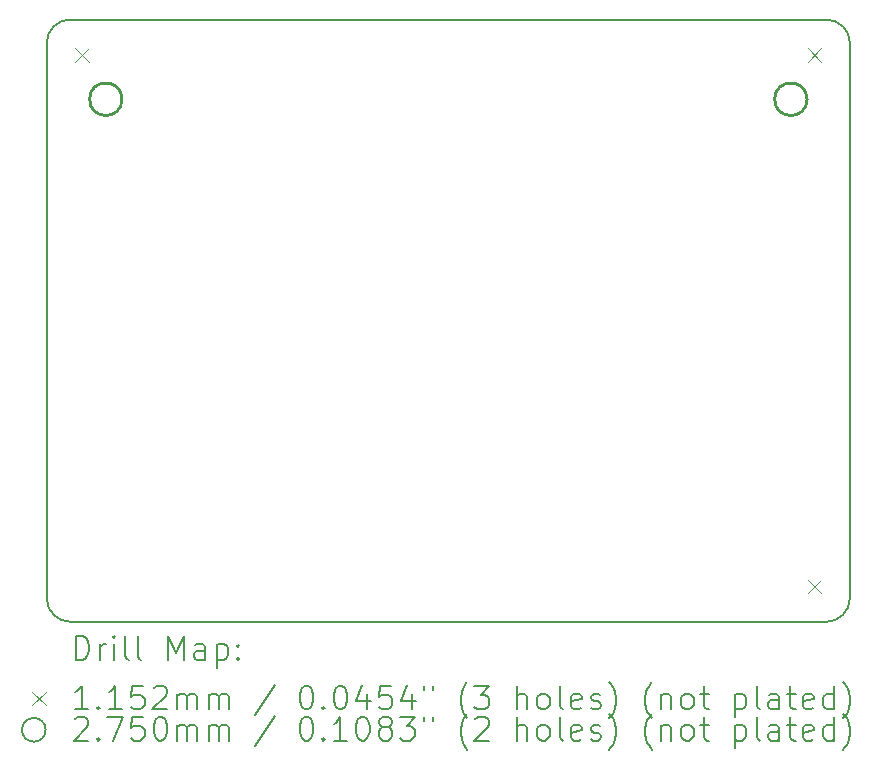
<source format=gbr>
%FSLAX45Y45*%
G04 Gerber Fmt 4.5, Leading zero omitted, Abs format (unit mm)*
G04 Created by KiCad (PCBNEW (6.0.2)) date 2022-07-07 22:01:21*
%MOMM*%
%LPD*%
G01*
G04 APERTURE LIST*
%TA.AperFunction,Profile*%
%ADD10C,0.200000*%
%TD*%
%ADD11C,0.200000*%
%ADD12C,0.115200*%
%ADD13C,0.275000*%
G04 APERTURE END LIST*
D10*
X4900000Y-9600000D02*
X11300000Y-9600000D01*
X4900000Y-4500000D02*
X11300000Y-4500000D01*
X4900000Y-4500000D02*
G75*
G03*
X4700000Y-4700000I0J-200000D01*
G01*
X4700000Y-4700000D02*
X4700000Y-9400000D01*
X11300000Y-9600000D02*
G75*
G03*
X11500000Y-9400000I0J200000D01*
G01*
X11500000Y-4700000D02*
G75*
G03*
X11300000Y-4500000I-200000J0D01*
G01*
X11500000Y-4700000D02*
X11500000Y-9400000D01*
X4700000Y-9400000D02*
G75*
G03*
X4900000Y-9600000I200000J0D01*
G01*
D11*
D12*
X4942400Y-4742400D02*
X5057600Y-4857600D01*
X5057600Y-4742400D02*
X4942400Y-4857600D01*
X11142400Y-4742400D02*
X11257600Y-4857600D01*
X11257600Y-4742400D02*
X11142400Y-4857600D01*
X11142400Y-9242400D02*
X11257600Y-9357600D01*
X11257600Y-9242400D02*
X11142400Y-9357600D01*
D13*
X5337500Y-5175000D02*
G75*
G03*
X5337500Y-5175000I-137500J0D01*
G01*
X11137500Y-5175000D02*
G75*
G03*
X11137500Y-5175000I-137500J0D01*
G01*
D11*
X4947619Y-9920476D02*
X4947619Y-9720476D01*
X4995238Y-9720476D01*
X5023810Y-9730000D01*
X5042857Y-9749048D01*
X5052381Y-9768095D01*
X5061905Y-9806190D01*
X5061905Y-9834762D01*
X5052381Y-9872857D01*
X5042857Y-9891905D01*
X5023810Y-9910952D01*
X4995238Y-9920476D01*
X4947619Y-9920476D01*
X5147619Y-9920476D02*
X5147619Y-9787143D01*
X5147619Y-9825238D02*
X5157143Y-9806190D01*
X5166667Y-9796667D01*
X5185714Y-9787143D01*
X5204762Y-9787143D01*
X5271429Y-9920476D02*
X5271429Y-9787143D01*
X5271429Y-9720476D02*
X5261905Y-9730000D01*
X5271429Y-9739524D01*
X5280952Y-9730000D01*
X5271429Y-9720476D01*
X5271429Y-9739524D01*
X5395238Y-9920476D02*
X5376190Y-9910952D01*
X5366667Y-9891905D01*
X5366667Y-9720476D01*
X5500000Y-9920476D02*
X5480952Y-9910952D01*
X5471429Y-9891905D01*
X5471429Y-9720476D01*
X5728571Y-9920476D02*
X5728571Y-9720476D01*
X5795238Y-9863333D01*
X5861905Y-9720476D01*
X5861905Y-9920476D01*
X6042857Y-9920476D02*
X6042857Y-9815714D01*
X6033333Y-9796667D01*
X6014286Y-9787143D01*
X5976190Y-9787143D01*
X5957143Y-9796667D01*
X6042857Y-9910952D02*
X6023809Y-9920476D01*
X5976190Y-9920476D01*
X5957143Y-9910952D01*
X5947619Y-9891905D01*
X5947619Y-9872857D01*
X5957143Y-9853810D01*
X5976190Y-9844286D01*
X6023809Y-9844286D01*
X6042857Y-9834762D01*
X6138095Y-9787143D02*
X6138095Y-9987143D01*
X6138095Y-9796667D02*
X6157143Y-9787143D01*
X6195238Y-9787143D01*
X6214286Y-9796667D01*
X6223809Y-9806190D01*
X6233333Y-9825238D01*
X6233333Y-9882381D01*
X6223809Y-9901429D01*
X6214286Y-9910952D01*
X6195238Y-9920476D01*
X6157143Y-9920476D01*
X6138095Y-9910952D01*
X6319048Y-9901429D02*
X6328571Y-9910952D01*
X6319048Y-9920476D01*
X6309524Y-9910952D01*
X6319048Y-9901429D01*
X6319048Y-9920476D01*
X6319048Y-9796667D02*
X6328571Y-9806190D01*
X6319048Y-9815714D01*
X6309524Y-9806190D01*
X6319048Y-9796667D01*
X6319048Y-9815714D01*
D12*
X4574800Y-10192400D02*
X4690000Y-10307600D01*
X4690000Y-10192400D02*
X4574800Y-10307600D01*
D11*
X5052381Y-10340476D02*
X4938095Y-10340476D01*
X4995238Y-10340476D02*
X4995238Y-10140476D01*
X4976190Y-10169048D01*
X4957143Y-10188095D01*
X4938095Y-10197619D01*
X5138095Y-10321429D02*
X5147619Y-10330952D01*
X5138095Y-10340476D01*
X5128571Y-10330952D01*
X5138095Y-10321429D01*
X5138095Y-10340476D01*
X5338095Y-10340476D02*
X5223810Y-10340476D01*
X5280952Y-10340476D02*
X5280952Y-10140476D01*
X5261905Y-10169048D01*
X5242857Y-10188095D01*
X5223810Y-10197619D01*
X5519048Y-10140476D02*
X5423810Y-10140476D01*
X5414286Y-10235714D01*
X5423810Y-10226190D01*
X5442857Y-10216667D01*
X5490476Y-10216667D01*
X5509524Y-10226190D01*
X5519048Y-10235714D01*
X5528571Y-10254762D01*
X5528571Y-10302381D01*
X5519048Y-10321429D01*
X5509524Y-10330952D01*
X5490476Y-10340476D01*
X5442857Y-10340476D01*
X5423810Y-10330952D01*
X5414286Y-10321429D01*
X5604762Y-10159524D02*
X5614286Y-10150000D01*
X5633333Y-10140476D01*
X5680952Y-10140476D01*
X5700000Y-10150000D01*
X5709524Y-10159524D01*
X5719048Y-10178571D01*
X5719048Y-10197619D01*
X5709524Y-10226190D01*
X5595238Y-10340476D01*
X5719048Y-10340476D01*
X5804762Y-10340476D02*
X5804762Y-10207143D01*
X5804762Y-10226190D02*
X5814286Y-10216667D01*
X5833333Y-10207143D01*
X5861905Y-10207143D01*
X5880952Y-10216667D01*
X5890476Y-10235714D01*
X5890476Y-10340476D01*
X5890476Y-10235714D02*
X5900000Y-10216667D01*
X5919048Y-10207143D01*
X5947619Y-10207143D01*
X5966667Y-10216667D01*
X5976190Y-10235714D01*
X5976190Y-10340476D01*
X6071428Y-10340476D02*
X6071428Y-10207143D01*
X6071428Y-10226190D02*
X6080952Y-10216667D01*
X6100000Y-10207143D01*
X6128571Y-10207143D01*
X6147619Y-10216667D01*
X6157143Y-10235714D01*
X6157143Y-10340476D01*
X6157143Y-10235714D02*
X6166667Y-10216667D01*
X6185714Y-10207143D01*
X6214286Y-10207143D01*
X6233333Y-10216667D01*
X6242857Y-10235714D01*
X6242857Y-10340476D01*
X6633333Y-10130952D02*
X6461905Y-10388095D01*
X6890476Y-10140476D02*
X6909524Y-10140476D01*
X6928571Y-10150000D01*
X6938095Y-10159524D01*
X6947619Y-10178571D01*
X6957143Y-10216667D01*
X6957143Y-10264286D01*
X6947619Y-10302381D01*
X6938095Y-10321429D01*
X6928571Y-10330952D01*
X6909524Y-10340476D01*
X6890476Y-10340476D01*
X6871428Y-10330952D01*
X6861905Y-10321429D01*
X6852381Y-10302381D01*
X6842857Y-10264286D01*
X6842857Y-10216667D01*
X6852381Y-10178571D01*
X6861905Y-10159524D01*
X6871428Y-10150000D01*
X6890476Y-10140476D01*
X7042857Y-10321429D02*
X7052381Y-10330952D01*
X7042857Y-10340476D01*
X7033333Y-10330952D01*
X7042857Y-10321429D01*
X7042857Y-10340476D01*
X7176190Y-10140476D02*
X7195238Y-10140476D01*
X7214286Y-10150000D01*
X7223809Y-10159524D01*
X7233333Y-10178571D01*
X7242857Y-10216667D01*
X7242857Y-10264286D01*
X7233333Y-10302381D01*
X7223809Y-10321429D01*
X7214286Y-10330952D01*
X7195238Y-10340476D01*
X7176190Y-10340476D01*
X7157143Y-10330952D01*
X7147619Y-10321429D01*
X7138095Y-10302381D01*
X7128571Y-10264286D01*
X7128571Y-10216667D01*
X7138095Y-10178571D01*
X7147619Y-10159524D01*
X7157143Y-10150000D01*
X7176190Y-10140476D01*
X7414286Y-10207143D02*
X7414286Y-10340476D01*
X7366667Y-10130952D02*
X7319048Y-10273810D01*
X7442857Y-10273810D01*
X7614286Y-10140476D02*
X7519048Y-10140476D01*
X7509524Y-10235714D01*
X7519048Y-10226190D01*
X7538095Y-10216667D01*
X7585714Y-10216667D01*
X7604762Y-10226190D01*
X7614286Y-10235714D01*
X7623809Y-10254762D01*
X7623809Y-10302381D01*
X7614286Y-10321429D01*
X7604762Y-10330952D01*
X7585714Y-10340476D01*
X7538095Y-10340476D01*
X7519048Y-10330952D01*
X7509524Y-10321429D01*
X7795238Y-10207143D02*
X7795238Y-10340476D01*
X7747619Y-10130952D02*
X7700000Y-10273810D01*
X7823809Y-10273810D01*
X7890476Y-10140476D02*
X7890476Y-10178571D01*
X7966667Y-10140476D02*
X7966667Y-10178571D01*
X8261905Y-10416667D02*
X8252381Y-10407143D01*
X8233333Y-10378571D01*
X8223809Y-10359524D01*
X8214286Y-10330952D01*
X8204762Y-10283333D01*
X8204762Y-10245238D01*
X8214286Y-10197619D01*
X8223809Y-10169048D01*
X8233333Y-10150000D01*
X8252381Y-10121429D01*
X8261905Y-10111905D01*
X8319048Y-10140476D02*
X8442857Y-10140476D01*
X8376190Y-10216667D01*
X8404762Y-10216667D01*
X8423810Y-10226190D01*
X8433333Y-10235714D01*
X8442857Y-10254762D01*
X8442857Y-10302381D01*
X8433333Y-10321429D01*
X8423810Y-10330952D01*
X8404762Y-10340476D01*
X8347619Y-10340476D01*
X8328571Y-10330952D01*
X8319048Y-10321429D01*
X8680952Y-10340476D02*
X8680952Y-10140476D01*
X8766667Y-10340476D02*
X8766667Y-10235714D01*
X8757143Y-10216667D01*
X8738095Y-10207143D01*
X8709524Y-10207143D01*
X8690476Y-10216667D01*
X8680952Y-10226190D01*
X8890476Y-10340476D02*
X8871429Y-10330952D01*
X8861905Y-10321429D01*
X8852381Y-10302381D01*
X8852381Y-10245238D01*
X8861905Y-10226190D01*
X8871429Y-10216667D01*
X8890476Y-10207143D01*
X8919048Y-10207143D01*
X8938095Y-10216667D01*
X8947619Y-10226190D01*
X8957143Y-10245238D01*
X8957143Y-10302381D01*
X8947619Y-10321429D01*
X8938095Y-10330952D01*
X8919048Y-10340476D01*
X8890476Y-10340476D01*
X9071429Y-10340476D02*
X9052381Y-10330952D01*
X9042857Y-10311905D01*
X9042857Y-10140476D01*
X9223810Y-10330952D02*
X9204762Y-10340476D01*
X9166667Y-10340476D01*
X9147619Y-10330952D01*
X9138095Y-10311905D01*
X9138095Y-10235714D01*
X9147619Y-10216667D01*
X9166667Y-10207143D01*
X9204762Y-10207143D01*
X9223810Y-10216667D01*
X9233333Y-10235714D01*
X9233333Y-10254762D01*
X9138095Y-10273810D01*
X9309524Y-10330952D02*
X9328571Y-10340476D01*
X9366667Y-10340476D01*
X9385714Y-10330952D01*
X9395238Y-10311905D01*
X9395238Y-10302381D01*
X9385714Y-10283333D01*
X9366667Y-10273810D01*
X9338095Y-10273810D01*
X9319048Y-10264286D01*
X9309524Y-10245238D01*
X9309524Y-10235714D01*
X9319048Y-10216667D01*
X9338095Y-10207143D01*
X9366667Y-10207143D01*
X9385714Y-10216667D01*
X9461905Y-10416667D02*
X9471429Y-10407143D01*
X9490476Y-10378571D01*
X9500000Y-10359524D01*
X9509524Y-10330952D01*
X9519048Y-10283333D01*
X9519048Y-10245238D01*
X9509524Y-10197619D01*
X9500000Y-10169048D01*
X9490476Y-10150000D01*
X9471429Y-10121429D01*
X9461905Y-10111905D01*
X9823810Y-10416667D02*
X9814286Y-10407143D01*
X9795238Y-10378571D01*
X9785714Y-10359524D01*
X9776190Y-10330952D01*
X9766667Y-10283333D01*
X9766667Y-10245238D01*
X9776190Y-10197619D01*
X9785714Y-10169048D01*
X9795238Y-10150000D01*
X9814286Y-10121429D01*
X9823810Y-10111905D01*
X9900000Y-10207143D02*
X9900000Y-10340476D01*
X9900000Y-10226190D02*
X9909524Y-10216667D01*
X9928571Y-10207143D01*
X9957143Y-10207143D01*
X9976190Y-10216667D01*
X9985714Y-10235714D01*
X9985714Y-10340476D01*
X10109524Y-10340476D02*
X10090476Y-10330952D01*
X10080952Y-10321429D01*
X10071429Y-10302381D01*
X10071429Y-10245238D01*
X10080952Y-10226190D01*
X10090476Y-10216667D01*
X10109524Y-10207143D01*
X10138095Y-10207143D01*
X10157143Y-10216667D01*
X10166667Y-10226190D01*
X10176190Y-10245238D01*
X10176190Y-10302381D01*
X10166667Y-10321429D01*
X10157143Y-10330952D01*
X10138095Y-10340476D01*
X10109524Y-10340476D01*
X10233333Y-10207143D02*
X10309524Y-10207143D01*
X10261905Y-10140476D02*
X10261905Y-10311905D01*
X10271429Y-10330952D01*
X10290476Y-10340476D01*
X10309524Y-10340476D01*
X10528571Y-10207143D02*
X10528571Y-10407143D01*
X10528571Y-10216667D02*
X10547619Y-10207143D01*
X10585714Y-10207143D01*
X10604762Y-10216667D01*
X10614286Y-10226190D01*
X10623810Y-10245238D01*
X10623810Y-10302381D01*
X10614286Y-10321429D01*
X10604762Y-10330952D01*
X10585714Y-10340476D01*
X10547619Y-10340476D01*
X10528571Y-10330952D01*
X10738095Y-10340476D02*
X10719048Y-10330952D01*
X10709524Y-10311905D01*
X10709524Y-10140476D01*
X10900000Y-10340476D02*
X10900000Y-10235714D01*
X10890476Y-10216667D01*
X10871429Y-10207143D01*
X10833333Y-10207143D01*
X10814286Y-10216667D01*
X10900000Y-10330952D02*
X10880952Y-10340476D01*
X10833333Y-10340476D01*
X10814286Y-10330952D01*
X10804762Y-10311905D01*
X10804762Y-10292857D01*
X10814286Y-10273810D01*
X10833333Y-10264286D01*
X10880952Y-10264286D01*
X10900000Y-10254762D01*
X10966667Y-10207143D02*
X11042857Y-10207143D01*
X10995238Y-10140476D02*
X10995238Y-10311905D01*
X11004762Y-10330952D01*
X11023810Y-10340476D01*
X11042857Y-10340476D01*
X11185714Y-10330952D02*
X11166667Y-10340476D01*
X11128571Y-10340476D01*
X11109524Y-10330952D01*
X11100000Y-10311905D01*
X11100000Y-10235714D01*
X11109524Y-10216667D01*
X11128571Y-10207143D01*
X11166667Y-10207143D01*
X11185714Y-10216667D01*
X11195238Y-10235714D01*
X11195238Y-10254762D01*
X11100000Y-10273810D01*
X11366667Y-10340476D02*
X11366667Y-10140476D01*
X11366667Y-10330952D02*
X11347619Y-10340476D01*
X11309524Y-10340476D01*
X11290476Y-10330952D01*
X11280952Y-10321429D01*
X11271428Y-10302381D01*
X11271428Y-10245238D01*
X11280952Y-10226190D01*
X11290476Y-10216667D01*
X11309524Y-10207143D01*
X11347619Y-10207143D01*
X11366667Y-10216667D01*
X11442857Y-10416667D02*
X11452381Y-10407143D01*
X11471428Y-10378571D01*
X11480952Y-10359524D01*
X11490476Y-10330952D01*
X11500000Y-10283333D01*
X11500000Y-10245238D01*
X11490476Y-10197619D01*
X11480952Y-10169048D01*
X11471428Y-10150000D01*
X11452381Y-10121429D01*
X11442857Y-10111905D01*
X4690000Y-10514000D02*
G75*
G03*
X4690000Y-10514000I-100000J0D01*
G01*
X4938095Y-10423524D02*
X4947619Y-10414000D01*
X4966667Y-10404476D01*
X5014286Y-10404476D01*
X5033333Y-10414000D01*
X5042857Y-10423524D01*
X5052381Y-10442571D01*
X5052381Y-10461619D01*
X5042857Y-10490190D01*
X4928571Y-10604476D01*
X5052381Y-10604476D01*
X5138095Y-10585429D02*
X5147619Y-10594952D01*
X5138095Y-10604476D01*
X5128571Y-10594952D01*
X5138095Y-10585429D01*
X5138095Y-10604476D01*
X5214286Y-10404476D02*
X5347619Y-10404476D01*
X5261905Y-10604476D01*
X5519048Y-10404476D02*
X5423810Y-10404476D01*
X5414286Y-10499714D01*
X5423810Y-10490190D01*
X5442857Y-10480667D01*
X5490476Y-10480667D01*
X5509524Y-10490190D01*
X5519048Y-10499714D01*
X5528571Y-10518762D01*
X5528571Y-10566381D01*
X5519048Y-10585429D01*
X5509524Y-10594952D01*
X5490476Y-10604476D01*
X5442857Y-10604476D01*
X5423810Y-10594952D01*
X5414286Y-10585429D01*
X5652381Y-10404476D02*
X5671428Y-10404476D01*
X5690476Y-10414000D01*
X5700000Y-10423524D01*
X5709524Y-10442571D01*
X5719048Y-10480667D01*
X5719048Y-10528286D01*
X5709524Y-10566381D01*
X5700000Y-10585429D01*
X5690476Y-10594952D01*
X5671428Y-10604476D01*
X5652381Y-10604476D01*
X5633333Y-10594952D01*
X5623809Y-10585429D01*
X5614286Y-10566381D01*
X5604762Y-10528286D01*
X5604762Y-10480667D01*
X5614286Y-10442571D01*
X5623809Y-10423524D01*
X5633333Y-10414000D01*
X5652381Y-10404476D01*
X5804762Y-10604476D02*
X5804762Y-10471143D01*
X5804762Y-10490190D02*
X5814286Y-10480667D01*
X5833333Y-10471143D01*
X5861905Y-10471143D01*
X5880952Y-10480667D01*
X5890476Y-10499714D01*
X5890476Y-10604476D01*
X5890476Y-10499714D02*
X5900000Y-10480667D01*
X5919048Y-10471143D01*
X5947619Y-10471143D01*
X5966667Y-10480667D01*
X5976190Y-10499714D01*
X5976190Y-10604476D01*
X6071428Y-10604476D02*
X6071428Y-10471143D01*
X6071428Y-10490190D02*
X6080952Y-10480667D01*
X6100000Y-10471143D01*
X6128571Y-10471143D01*
X6147619Y-10480667D01*
X6157143Y-10499714D01*
X6157143Y-10604476D01*
X6157143Y-10499714D02*
X6166667Y-10480667D01*
X6185714Y-10471143D01*
X6214286Y-10471143D01*
X6233333Y-10480667D01*
X6242857Y-10499714D01*
X6242857Y-10604476D01*
X6633333Y-10394952D02*
X6461905Y-10652095D01*
X6890476Y-10404476D02*
X6909524Y-10404476D01*
X6928571Y-10414000D01*
X6938095Y-10423524D01*
X6947619Y-10442571D01*
X6957143Y-10480667D01*
X6957143Y-10528286D01*
X6947619Y-10566381D01*
X6938095Y-10585429D01*
X6928571Y-10594952D01*
X6909524Y-10604476D01*
X6890476Y-10604476D01*
X6871428Y-10594952D01*
X6861905Y-10585429D01*
X6852381Y-10566381D01*
X6842857Y-10528286D01*
X6842857Y-10480667D01*
X6852381Y-10442571D01*
X6861905Y-10423524D01*
X6871428Y-10414000D01*
X6890476Y-10404476D01*
X7042857Y-10585429D02*
X7052381Y-10594952D01*
X7042857Y-10604476D01*
X7033333Y-10594952D01*
X7042857Y-10585429D01*
X7042857Y-10604476D01*
X7242857Y-10604476D02*
X7128571Y-10604476D01*
X7185714Y-10604476D02*
X7185714Y-10404476D01*
X7166667Y-10433048D01*
X7147619Y-10452095D01*
X7128571Y-10461619D01*
X7366667Y-10404476D02*
X7385714Y-10404476D01*
X7404762Y-10414000D01*
X7414286Y-10423524D01*
X7423809Y-10442571D01*
X7433333Y-10480667D01*
X7433333Y-10528286D01*
X7423809Y-10566381D01*
X7414286Y-10585429D01*
X7404762Y-10594952D01*
X7385714Y-10604476D01*
X7366667Y-10604476D01*
X7347619Y-10594952D01*
X7338095Y-10585429D01*
X7328571Y-10566381D01*
X7319048Y-10528286D01*
X7319048Y-10480667D01*
X7328571Y-10442571D01*
X7338095Y-10423524D01*
X7347619Y-10414000D01*
X7366667Y-10404476D01*
X7547619Y-10490190D02*
X7528571Y-10480667D01*
X7519048Y-10471143D01*
X7509524Y-10452095D01*
X7509524Y-10442571D01*
X7519048Y-10423524D01*
X7528571Y-10414000D01*
X7547619Y-10404476D01*
X7585714Y-10404476D01*
X7604762Y-10414000D01*
X7614286Y-10423524D01*
X7623809Y-10442571D01*
X7623809Y-10452095D01*
X7614286Y-10471143D01*
X7604762Y-10480667D01*
X7585714Y-10490190D01*
X7547619Y-10490190D01*
X7528571Y-10499714D01*
X7519048Y-10509238D01*
X7509524Y-10528286D01*
X7509524Y-10566381D01*
X7519048Y-10585429D01*
X7528571Y-10594952D01*
X7547619Y-10604476D01*
X7585714Y-10604476D01*
X7604762Y-10594952D01*
X7614286Y-10585429D01*
X7623809Y-10566381D01*
X7623809Y-10528286D01*
X7614286Y-10509238D01*
X7604762Y-10499714D01*
X7585714Y-10490190D01*
X7690476Y-10404476D02*
X7814286Y-10404476D01*
X7747619Y-10480667D01*
X7776190Y-10480667D01*
X7795238Y-10490190D01*
X7804762Y-10499714D01*
X7814286Y-10518762D01*
X7814286Y-10566381D01*
X7804762Y-10585429D01*
X7795238Y-10594952D01*
X7776190Y-10604476D01*
X7719048Y-10604476D01*
X7700000Y-10594952D01*
X7690476Y-10585429D01*
X7890476Y-10404476D02*
X7890476Y-10442571D01*
X7966667Y-10404476D02*
X7966667Y-10442571D01*
X8261905Y-10680667D02*
X8252381Y-10671143D01*
X8233333Y-10642571D01*
X8223809Y-10623524D01*
X8214286Y-10594952D01*
X8204762Y-10547333D01*
X8204762Y-10509238D01*
X8214286Y-10461619D01*
X8223809Y-10433048D01*
X8233333Y-10414000D01*
X8252381Y-10385429D01*
X8261905Y-10375905D01*
X8328571Y-10423524D02*
X8338095Y-10414000D01*
X8357143Y-10404476D01*
X8404762Y-10404476D01*
X8423810Y-10414000D01*
X8433333Y-10423524D01*
X8442857Y-10442571D01*
X8442857Y-10461619D01*
X8433333Y-10490190D01*
X8319048Y-10604476D01*
X8442857Y-10604476D01*
X8680952Y-10604476D02*
X8680952Y-10404476D01*
X8766667Y-10604476D02*
X8766667Y-10499714D01*
X8757143Y-10480667D01*
X8738095Y-10471143D01*
X8709524Y-10471143D01*
X8690476Y-10480667D01*
X8680952Y-10490190D01*
X8890476Y-10604476D02*
X8871429Y-10594952D01*
X8861905Y-10585429D01*
X8852381Y-10566381D01*
X8852381Y-10509238D01*
X8861905Y-10490190D01*
X8871429Y-10480667D01*
X8890476Y-10471143D01*
X8919048Y-10471143D01*
X8938095Y-10480667D01*
X8947619Y-10490190D01*
X8957143Y-10509238D01*
X8957143Y-10566381D01*
X8947619Y-10585429D01*
X8938095Y-10594952D01*
X8919048Y-10604476D01*
X8890476Y-10604476D01*
X9071429Y-10604476D02*
X9052381Y-10594952D01*
X9042857Y-10575905D01*
X9042857Y-10404476D01*
X9223810Y-10594952D02*
X9204762Y-10604476D01*
X9166667Y-10604476D01*
X9147619Y-10594952D01*
X9138095Y-10575905D01*
X9138095Y-10499714D01*
X9147619Y-10480667D01*
X9166667Y-10471143D01*
X9204762Y-10471143D01*
X9223810Y-10480667D01*
X9233333Y-10499714D01*
X9233333Y-10518762D01*
X9138095Y-10537810D01*
X9309524Y-10594952D02*
X9328571Y-10604476D01*
X9366667Y-10604476D01*
X9385714Y-10594952D01*
X9395238Y-10575905D01*
X9395238Y-10566381D01*
X9385714Y-10547333D01*
X9366667Y-10537810D01*
X9338095Y-10537810D01*
X9319048Y-10528286D01*
X9309524Y-10509238D01*
X9309524Y-10499714D01*
X9319048Y-10480667D01*
X9338095Y-10471143D01*
X9366667Y-10471143D01*
X9385714Y-10480667D01*
X9461905Y-10680667D02*
X9471429Y-10671143D01*
X9490476Y-10642571D01*
X9500000Y-10623524D01*
X9509524Y-10594952D01*
X9519048Y-10547333D01*
X9519048Y-10509238D01*
X9509524Y-10461619D01*
X9500000Y-10433048D01*
X9490476Y-10414000D01*
X9471429Y-10385429D01*
X9461905Y-10375905D01*
X9823810Y-10680667D02*
X9814286Y-10671143D01*
X9795238Y-10642571D01*
X9785714Y-10623524D01*
X9776190Y-10594952D01*
X9766667Y-10547333D01*
X9766667Y-10509238D01*
X9776190Y-10461619D01*
X9785714Y-10433048D01*
X9795238Y-10414000D01*
X9814286Y-10385429D01*
X9823810Y-10375905D01*
X9900000Y-10471143D02*
X9900000Y-10604476D01*
X9900000Y-10490190D02*
X9909524Y-10480667D01*
X9928571Y-10471143D01*
X9957143Y-10471143D01*
X9976190Y-10480667D01*
X9985714Y-10499714D01*
X9985714Y-10604476D01*
X10109524Y-10604476D02*
X10090476Y-10594952D01*
X10080952Y-10585429D01*
X10071429Y-10566381D01*
X10071429Y-10509238D01*
X10080952Y-10490190D01*
X10090476Y-10480667D01*
X10109524Y-10471143D01*
X10138095Y-10471143D01*
X10157143Y-10480667D01*
X10166667Y-10490190D01*
X10176190Y-10509238D01*
X10176190Y-10566381D01*
X10166667Y-10585429D01*
X10157143Y-10594952D01*
X10138095Y-10604476D01*
X10109524Y-10604476D01*
X10233333Y-10471143D02*
X10309524Y-10471143D01*
X10261905Y-10404476D02*
X10261905Y-10575905D01*
X10271429Y-10594952D01*
X10290476Y-10604476D01*
X10309524Y-10604476D01*
X10528571Y-10471143D02*
X10528571Y-10671143D01*
X10528571Y-10480667D02*
X10547619Y-10471143D01*
X10585714Y-10471143D01*
X10604762Y-10480667D01*
X10614286Y-10490190D01*
X10623810Y-10509238D01*
X10623810Y-10566381D01*
X10614286Y-10585429D01*
X10604762Y-10594952D01*
X10585714Y-10604476D01*
X10547619Y-10604476D01*
X10528571Y-10594952D01*
X10738095Y-10604476D02*
X10719048Y-10594952D01*
X10709524Y-10575905D01*
X10709524Y-10404476D01*
X10900000Y-10604476D02*
X10900000Y-10499714D01*
X10890476Y-10480667D01*
X10871429Y-10471143D01*
X10833333Y-10471143D01*
X10814286Y-10480667D01*
X10900000Y-10594952D02*
X10880952Y-10604476D01*
X10833333Y-10604476D01*
X10814286Y-10594952D01*
X10804762Y-10575905D01*
X10804762Y-10556857D01*
X10814286Y-10537810D01*
X10833333Y-10528286D01*
X10880952Y-10528286D01*
X10900000Y-10518762D01*
X10966667Y-10471143D02*
X11042857Y-10471143D01*
X10995238Y-10404476D02*
X10995238Y-10575905D01*
X11004762Y-10594952D01*
X11023810Y-10604476D01*
X11042857Y-10604476D01*
X11185714Y-10594952D02*
X11166667Y-10604476D01*
X11128571Y-10604476D01*
X11109524Y-10594952D01*
X11100000Y-10575905D01*
X11100000Y-10499714D01*
X11109524Y-10480667D01*
X11128571Y-10471143D01*
X11166667Y-10471143D01*
X11185714Y-10480667D01*
X11195238Y-10499714D01*
X11195238Y-10518762D01*
X11100000Y-10537810D01*
X11366667Y-10604476D02*
X11366667Y-10404476D01*
X11366667Y-10594952D02*
X11347619Y-10604476D01*
X11309524Y-10604476D01*
X11290476Y-10594952D01*
X11280952Y-10585429D01*
X11271428Y-10566381D01*
X11271428Y-10509238D01*
X11280952Y-10490190D01*
X11290476Y-10480667D01*
X11309524Y-10471143D01*
X11347619Y-10471143D01*
X11366667Y-10480667D01*
X11442857Y-10680667D02*
X11452381Y-10671143D01*
X11471428Y-10642571D01*
X11480952Y-10623524D01*
X11490476Y-10594952D01*
X11500000Y-10547333D01*
X11500000Y-10509238D01*
X11490476Y-10461619D01*
X11480952Y-10433048D01*
X11471428Y-10414000D01*
X11452381Y-10385429D01*
X11442857Y-10375905D01*
M02*

</source>
